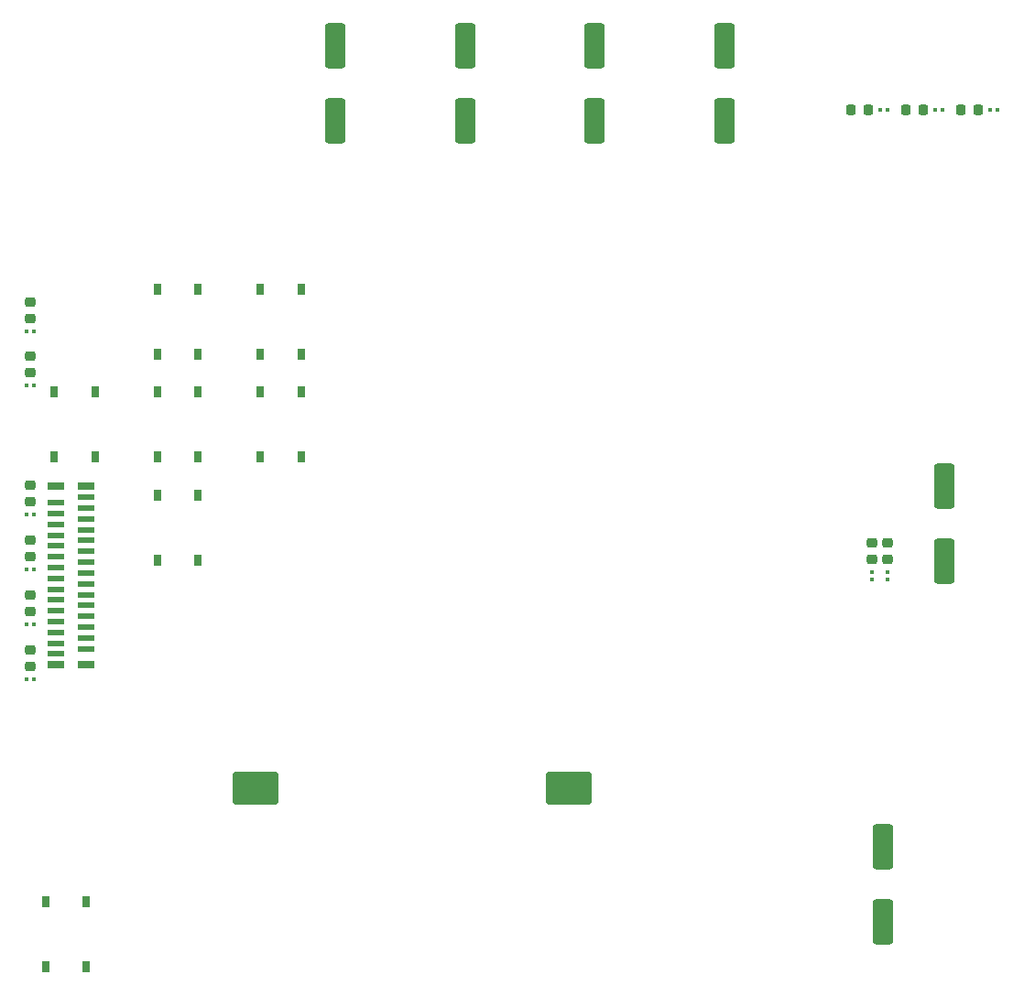
<source format=gbp>
G04 #@! TF.GenerationSoftware,KiCad,Pcbnew,6.0.2+dfsg-1*
G04 #@! TF.CreationDate,2023-02-12T20:19:59+01:00*
G04 #@! TF.ProjectId,RBCX,52424358-2e6b-4696-9361-645f70636258,rev?*
G04 #@! TF.SameCoordinates,Original*
G04 #@! TF.FileFunction,Paste,Bot*
G04 #@! TF.FilePolarity,Positive*
%FSLAX46Y46*%
G04 Gerber Fmt 4.6, Leading zero omitted, Abs format (unit mm)*
G04 Created by KiCad (PCBNEW 6.0.2+dfsg-1) date 2023-02-12 20:19:59*
%MOMM*%
%LPD*%
G01*
G04 APERTURE LIST*
G04 Aperture macros list*
%AMRoundRect*
0 Rectangle with rounded corners*
0 $1 Rounding radius*
0 $2 $3 $4 $5 $6 $7 $8 $9 X,Y pos of 4 corners*
0 Add a 4 corners polygon primitive as box body*
4,1,4,$2,$3,$4,$5,$6,$7,$8,$9,$2,$3,0*
0 Add four circle primitives for the rounded corners*
1,1,$1+$1,$2,$3*
1,1,$1+$1,$4,$5*
1,1,$1+$1,$6,$7*
1,1,$1+$1,$8,$9*
0 Add four rect primitives between the rounded corners*
20,1,$1+$1,$2,$3,$4,$5,0*
20,1,$1+$1,$4,$5,$6,$7,0*
20,1,$1+$1,$6,$7,$8,$9,0*
20,1,$1+$1,$8,$9,$2,$3,0*%
G04 Aperture macros list end*
%ADD10RoundRect,0.218750X0.218750X0.256250X-0.218750X0.256250X-0.218750X-0.256250X0.218750X-0.256250X0*%
%ADD11RoundRect,0.250000X-0.700000X1.825000X-0.700000X-1.825000X0.700000X-1.825000X0.700000X1.825000X0*%
%ADD12RoundRect,0.218750X0.256250X-0.218750X0.256250X0.218750X-0.256250X0.218750X-0.256250X-0.218750X0*%
%ADD13RoundRect,0.079500X0.079500X0.100500X-0.079500X0.100500X-0.079500X-0.100500X0.079500X-0.100500X0*%
%ADD14RoundRect,0.075000X-0.300000X0.425000X-0.300000X-0.425000X0.300000X-0.425000X0.300000X0.425000X0*%
%ADD15RoundRect,0.075000X0.300000X-0.425000X0.300000X0.425000X-0.300000X0.425000X-0.300000X-0.425000X0*%
%ADD16R,1.500000X0.600000*%
%ADD17R,1.500000X0.800000*%
%ADD18RoundRect,0.218750X-0.256250X0.218750X-0.256250X-0.218750X0.256250X-0.218750X0.256250X0.218750X0*%
%ADD19RoundRect,0.079500X0.100500X-0.079500X0.100500X0.079500X-0.100500X0.079500X-0.100500X-0.079500X0*%
%ADD20RoundRect,0.142857X1.957143X-1.357143X1.957143X1.357143X-1.957143X1.357143X-1.957143X-1.357143X0*%
%ADD21RoundRect,0.079500X-0.079500X-0.100500X0.079500X-0.100500X0.079500X0.100500X-0.079500X0.100500X0*%
%ADD22RoundRect,0.250000X0.700000X-1.825000X0.700000X1.825000X-0.700000X1.825000X-0.700000X-1.825000X0*%
G04 APERTURE END LIST*
D10*
G04 #@! TO.C,D48*
X179337500Y-58250000D03*
X177762500Y-58250000D03*
G04 #@! TD*
D11*
G04 #@! TO.C,C49*
X125000000Y-52320000D03*
X125000000Y-59270000D03*
G04 #@! TD*
D12*
G04 #@! TO.C,D44*
X176105000Y-99852000D03*
X176105000Y-98277000D03*
G04 #@! TD*
D11*
G04 #@! TO.C,C53*
X137000000Y-52325000D03*
X137000000Y-59275000D03*
G04 #@! TD*
D13*
G04 #@! TO.C,R139*
X185562500Y-58250000D03*
X186252500Y-58250000D03*
G04 #@! TD*
D14*
G04 #@! TO.C,SW14*
X108573200Y-90373200D03*
X108573200Y-84373200D03*
X112323200Y-84373200D03*
X112323200Y-90373200D03*
G04 #@! TD*
D10*
G04 #@! TO.C,D46*
X184417500Y-58250000D03*
X182842500Y-58250000D03*
G04 #@! TD*
D15*
G04 #@! TO.C,SW3*
X102798200Y-90373200D03*
X102798200Y-84373200D03*
X99048200Y-90373200D03*
X99048200Y-84373200D03*
G04 #@! TD*
D13*
G04 #@! TO.C,R63*
X96435000Y-105816000D03*
X97125000Y-105816000D03*
G04 #@! TD*
D12*
G04 #@! TO.C,D42*
X174595000Y-99852500D03*
X174595000Y-98277500D03*
G04 #@! TD*
D16*
G04 #@! TO.C,X2*
X99205700Y-108593200D03*
X102005700Y-108093200D03*
X99205700Y-107593200D03*
X102005700Y-107093200D03*
X99205700Y-106593200D03*
X102005700Y-106093200D03*
X99205700Y-105593200D03*
X102005700Y-105093200D03*
X99205700Y-104593200D03*
X102005700Y-104093200D03*
X99205700Y-103593200D03*
X102005700Y-103093200D03*
X99205700Y-102593200D03*
X102005700Y-102093200D03*
X99205700Y-101593200D03*
X102005700Y-101093200D03*
X99205700Y-100593200D03*
X102005700Y-100093200D03*
X99205700Y-99593200D03*
X102005700Y-99093200D03*
X99205700Y-98593200D03*
X102005700Y-98093200D03*
X99205700Y-97593200D03*
X102005700Y-97093200D03*
X99205700Y-96593200D03*
X102005700Y-96093200D03*
X99205700Y-95593200D03*
X102005700Y-95093200D03*
X99205700Y-94593200D03*
X102005700Y-94093200D03*
D17*
X99205700Y-109593200D03*
X99205700Y-93093200D03*
X102005700Y-93093200D03*
X102005700Y-109593200D03*
G04 #@! TD*
D18*
G04 #@! TO.C,D39*
X96793942Y-108173852D03*
X96793942Y-109748852D03*
G04 #@! TD*
D13*
G04 #@! TO.C,R182*
X181172500Y-58250000D03*
X180482500Y-58250000D03*
G04 #@! TD*
G04 #@! TO.C,R17*
X97125000Y-78740000D03*
X96435000Y-78740000D03*
G04 #@! TD*
D15*
G04 #@! TO.C,SW7*
X112323200Y-93898200D03*
X112323200Y-99898200D03*
X108573200Y-99898200D03*
X108573200Y-93898200D03*
G04 #@! TD*
G04 #@! TO.C,SW12*
X102004450Y-137521950D03*
X102004450Y-131521950D03*
X98254450Y-131521950D03*
X98254450Y-137521950D03*
G04 #@! TD*
D18*
G04 #@! TO.C,D33*
X96793942Y-92933852D03*
X96793942Y-94508852D03*
G04 #@! TD*
D10*
G04 #@! TO.C,D30*
X174257500Y-58250000D03*
X172682500Y-58250000D03*
G04 #@! TD*
D19*
G04 #@! TO.C,R174*
X174595000Y-101735000D03*
X174595000Y-101045000D03*
G04 #@! TD*
D13*
G04 #@! TO.C,R67*
X97125000Y-110899000D03*
X96435000Y-110899000D03*
G04 #@! TD*
D20*
G04 #@! TO.C,BAT1*
X146615000Y-121025000D03*
X117615000Y-121025000D03*
G04 #@! TD*
D18*
G04 #@! TO.C,D37*
X96793942Y-103093852D03*
X96793942Y-104668852D03*
G04 #@! TD*
D11*
G04 #@! TO.C,C41*
X161000000Y-52325000D03*
X161000000Y-59275000D03*
G04 #@! TD*
D21*
G04 #@! TO.C,R15*
X176092500Y-58250000D03*
X175402500Y-58250000D03*
G04 #@! TD*
D13*
G04 #@! TO.C,R56*
X97125000Y-95650000D03*
X96435000Y-95650000D03*
G04 #@! TD*
D15*
G04 #@! TO.C,SW10*
X121848200Y-74848200D03*
X121848200Y-80848200D03*
X118098200Y-74848200D03*
X118098200Y-80848200D03*
G04 #@! TD*
D11*
G04 #@! TO.C,C45*
X149000000Y-52325000D03*
X149000000Y-59275000D03*
G04 #@! TD*
D12*
G04 #@! TO.C,D32*
X96800000Y-77597500D03*
X96800000Y-76022500D03*
G04 #@! TD*
G04 #@! TO.C,D27*
X96800000Y-82587500D03*
X96800000Y-81012500D03*
G04 #@! TD*
D13*
G04 #@! TO.C,R59*
X96435000Y-100733000D03*
X97125000Y-100733000D03*
G04 #@! TD*
D15*
G04 #@! TO.C,SW1*
X121848200Y-90373200D03*
X121848200Y-84373200D03*
X118098200Y-84373200D03*
X118098200Y-90373200D03*
G04 #@! TD*
D22*
G04 #@! TO.C,C74*
X181300000Y-99975000D03*
X181300000Y-93025000D03*
G04 #@! TD*
D13*
G04 #@! TO.C,R12*
X96435000Y-83730000D03*
X97125000Y-83730000D03*
G04 #@! TD*
D15*
G04 #@! TO.C,SW5*
X112323200Y-74848200D03*
X112323200Y-80848200D03*
X108573200Y-74848200D03*
X108573200Y-80848200D03*
G04 #@! TD*
D19*
G04 #@! TO.C,R157*
X176105000Y-101734500D03*
X176105000Y-101044500D03*
G04 #@! TD*
D18*
G04 #@! TO.C,D35*
X96795700Y-98015700D03*
X96795700Y-99590700D03*
G04 #@! TD*
D22*
G04 #@! TO.C,C58*
X175600000Y-133375000D03*
X175600000Y-126425000D03*
G04 #@! TD*
M02*

</source>
